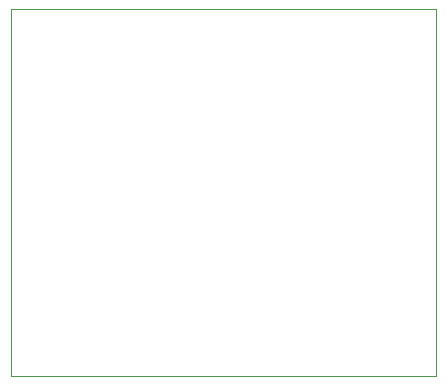
<source format=gbr>
%TF.GenerationSoftware,KiCad,Pcbnew,9.0.6*%
%TF.CreationDate,2026-02-11T21:56:19+01:00*%
%TF.ProjectId,High Side OR ing,48696768-2053-4696-9465-204f5220696e,A*%
%TF.SameCoordinates,Original*%
%TF.FileFunction,Profile,NP*%
%FSLAX46Y46*%
G04 Gerber Fmt 4.6, Leading zero omitted, Abs format (unit mm)*
G04 Created by KiCad (PCBNEW 9.0.6) date 2026-02-11 21:56:19*
%MOMM*%
%LPD*%
G01*
G04 APERTURE LIST*
%TA.AperFunction,Profile*%
%ADD10C,0.050000*%
%TD*%
G04 APERTURE END LIST*
D10*
X174000000Y-98000000D02*
X174000000Y-67000000D01*
X210000000Y-67000000D02*
X210000000Y-98000000D01*
X210000000Y-98000000D02*
X174000000Y-98000000D01*
X174000000Y-67000000D02*
X210000000Y-67000000D01*
M02*

</source>
